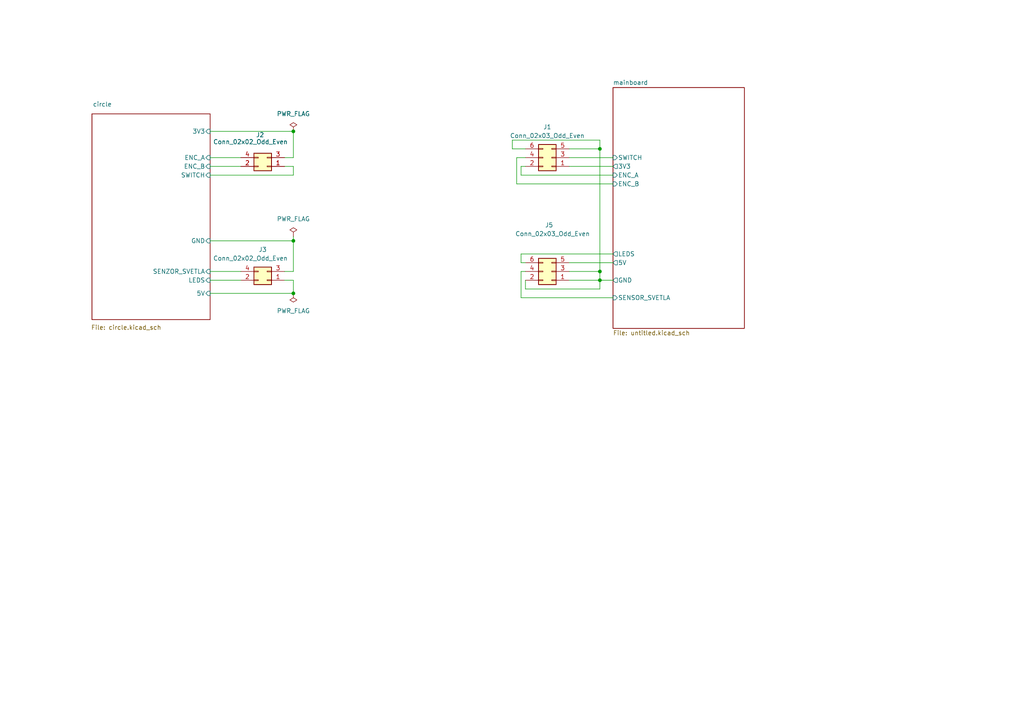
<source format=kicad_sch>
(kicad_sch (version 20231120) (generator "eeschema") (generator_version "8.0")
  (paper "A4")
  (lib_symbols
    (symbol "Connector_Generic:Conn_02x02_Odd_Even" (pin_names (offset 1.016) hide)
      (property "Reference" "J" (at 1.27 2.54 0))
      (property "Value" "Conn_02x02_Odd_Even" (at 1.27 -5.08 0))
      (symbol "Conn_02x02_Odd_Even_1_1"
        (rectangle (start -1.27 -2.413) (end 0 -2.667) (stroke (width 0.1524)))
        (rectangle (start -1.27 0.127) (end 0 -0.127) (stroke (width 0.1524)))
        (rectangle (start -1.27 1.27) (end 3.81 -3.81) (stroke (width 0.254)) (fill (type background)))
        (rectangle (start 3.81 -2.413) (end 2.54 -2.667) (stroke (width 0.1524)))
        (rectangle (start 3.81 0.127) (end 2.54 -0.127) (stroke (width 0.1524)))
        (pin passive line (at -5.08 0 0) (length 3.81) (name "Pin_1") (number "1"))
        (pin passive line (at 7.62 0 180) (length 3.81) (name "Pin_2") (number "2"))
        (pin passive line (at -5.08 -2.54 0) (length 3.81) (name "Pin_3") (number "3"))
        (pin passive line (at 7.62 -2.54 180) (length 3.81) (name "Pin_4") (number "4"))
      )
    )
    (symbol "Connector_Generic:Conn_02x03_Odd_Even" (pin_names (offset 1.016) hide)
      (property "Reference" "J" (at 1.27 5.08 0))
      (property "Value" "Conn_02x03_Odd_Even" (at 1.27 -5.08 0))
      (symbol "Conn_02x03_Odd_Even_1_1"
        (rectangle (start -1.27 -2.413) (end 0 -2.667) (stroke (width 0.1524)))
        (rectangle (start -1.27 0.127) (end 0 -0.127) (stroke (width 0.1524)))
        (rectangle (start -1.27 2.667) (end 0 2.413) (stroke (width 0.1524)))
        (rectangle (start -1.27 3.81) (end 3.81 -3.81) (stroke (width 0.254)) (fill (type background)))
        (rectangle (start 3.81 -2.413) (end 2.54 -2.667) (stroke (width 0.1524)))
        (rectangle (start 3.81 0.127) (end 2.54 -0.127) (stroke (width 0.1524)))
        (rectangle (start 3.81 2.667) (end 2.54 2.413) (stroke (width 0.1524)))
        (pin passive line (at -5.08 2.54 0) (length 3.81) (name "Pin_1") (number "1"))
        (pin passive line (at 7.62 2.54 180) (length 3.81) (name "Pin_2") (number "2"))
        (pin passive line (at -5.08 0 0) (length 3.81) (name "Pin_3") (number "3"))
        (pin passive line (at 7.62 0 180) (length 3.81) (name "Pin_4") (number "4"))
        (pin passive line (at -5.08 -2.54 0) (length 3.81) (name "Pin_5") (number "5"))
        (pin passive line (at 7.62 -2.54 180) (length 3.81) (name "Pin_6") (number "6"))
      )
    )
    (symbol "power:PWR_FLAG" (power) (pin_numbers hide) (pin_names (offset 0) hide)
      (property "Value" "PWR_FLAG" (at 0 3.81 0))
      (symbol "PWR_FLAG_0_0"
        (pin power_out line (at 0 0 90) (length 0) (name "~") (number "1"))
      )
      (symbol "PWR_FLAG_0_1"
        (polyline (pts (xy 0 0) (xy 0 1.27) (xy -1.016 1.905) (xy 0 2.54) (xy 1.016 1.905) (xy 0 1.27)))
      )
    )
  )
  (junction (at 85.09 38.1))
  (junction (at 173.99 81.28))
  (junction (at 173.99 43.18))
  (junction (at 173.99 78.74))
  (junction (at 85.09 69.85))
  (junction (at 85.09 85.09))
  (wire (pts (xy 173.99 81.28) (xy 173.99 78.74)))
  (wire (pts (xy 177.8 50.8) (xy 151.13 50.8)))
  (wire (pts (xy 85.09 81.28) (xy 85.09 85.09)))
  (wire (pts (xy 148.59 43.18) (xy 148.59 40.64)))
  (wire (pts (xy 151.13 76.2) (xy 151.13 73.66)))
  (wire (pts (xy 173.99 81.28) (xy 177.8 81.28)))
  (wire (pts (xy 60.96 45.72) (xy 69.85 45.72)))
  (wire (pts (xy 152.4 43.18) (xy 148.59 43.18)))
  (wire (pts (xy 85.09 85.09) (xy 60.96 85.09)))
  (wire (pts (xy 151.13 73.66) (xy 177.8 73.66)))
  (wire (pts (xy 165.1 43.18) (xy 173.99 43.18)))
  (wire (pts (xy 60.96 38.1) (xy 85.09 38.1)))
  (wire (pts (xy 82.55 48.26) (xy 85.09 48.26)))
  (wire (pts (xy 151.13 86.36) (xy 177.8 86.36)))
  (wire (pts (xy 82.55 45.72) (xy 85.09 45.72)))
  (wire (pts (xy 85.09 69.85) (xy 85.09 78.74)))
  (wire (pts (xy 152.4 83.82) (xy 173.99 83.82)))
  (wire (pts (xy 151.13 50.8) (xy 151.13 48.26)))
  (wire (pts (xy 165.1 78.74) (xy 173.99 78.74)))
  (wire (pts (xy 60.96 48.26) (xy 69.85 48.26)))
  (wire (pts (xy 165.1 76.2) (xy 177.8 76.2)))
  (wire (pts (xy 148.59 40.64) (xy 173.99 40.64)))
  (wire (pts (xy 85.09 81.28) (xy 82.55 81.28)))
  (wire (pts (xy 151.13 78.74) (xy 151.13 86.36)))
  (wire (pts (xy 165.1 45.72) (xy 177.8 45.72)))
  (wire (pts (xy 149.86 45.72) (xy 152.4 45.72)))
  (wire (pts (xy 165.1 48.26) (xy 177.8 48.26)))
  (wire (pts (xy 149.86 53.34) (xy 149.86 45.72)))
  (wire (pts (xy 69.85 78.74) (xy 60.96 78.74)))
  (wire (pts (xy 177.8 53.34) (xy 149.86 53.34)))
  (wire (pts (xy 165.1 81.28) (xy 173.99 81.28)))
  (wire (pts (xy 60.96 69.85) (xy 85.09 69.85)))
  (wire (pts (xy 152.4 78.74) (xy 151.13 78.74)))
  (wire (pts (xy 151.13 48.26) (xy 152.4 48.26)))
  (wire (pts (xy 85.09 48.26) (xy 85.09 50.8)))
  (wire (pts (xy 85.09 45.72) (xy 85.09 38.1)))
  (wire (pts (xy 173.99 40.64) (xy 173.99 43.18)))
  (wire (pts (xy 85.09 78.74) (xy 82.55 78.74)))
  (wire (pts (xy 173.99 83.82) (xy 173.99 81.28)))
  (wire (pts (xy 152.4 76.2) (xy 151.13 76.2)))
  (wire (pts (xy 85.09 50.8) (xy 60.96 50.8)))
  (wire (pts (xy 60.96 81.28) (xy 69.85 81.28)))
  (wire (pts (xy 85.09 68.58) (xy 85.09 69.85)))
  (wire (pts (xy 173.99 78.74) (xy 173.99 43.18)))
  (wire (pts (xy 152.4 81.28) (xy 152.4 83.82)))
  (symbol (lib_id "Connector_Generic:Conn_02x02_Odd_Even") (at 77.47 81.28 180) (unit 1)
    (property "Reference" "J3" (at 76.2 72.39 0))
    (property "Value" "Conn_02x02_Odd_Even" (at 72.644 74.93 0))
    (property "Footprint" "Connector_PinHeader_2.54mm:PinHeader_2x02_P2.54mm_Vertical" (effects (hide yes)))
    (property "Description" "Generic connector, double row, 02x02, odd/even pin numbering scheme (row 1 odd numbers, row 2 even numbers), script generated (kicad-library-utils/schlib/autogen/connector/)" (effects (hide yes)))
  )
  (symbol (lib_id "Connector_Generic:Conn_02x02_Odd_Even") (at 77.47 48.26 180) (unit 1)
    (property "Reference" "J2" (at 75.438 39.116 0))
    (property "Value" "Conn_02x02_Odd_Even" (at 72.644 41.148 0))
    (property "Footprint" "Connector_PinHeader_2.54mm:PinHeader_2x02_P2.54mm_Vertical" (effects (hide yes)))
    (property "Description" "Generic connector, double row, 02x02, odd/even pin numbering scheme (row 1 odd numbers, row 2 even numbers), script generated (kicad-library-utils/schlib/autogen/connector/)" (effects (hide yes)))
  )
  (symbol (lib_id "power:PWR_FLAG") (at 85.09 68.58 0) (unit 1)
    (property "Reference" "#FLG02" (effects (hide yes)))
    (property "Value" "PWR_FLAG" (at 85.09 63.5 0))
    (property "Description" "Special symbol for telling ERC where power comes from" (effects (hide yes)))
  )
  (symbol (lib_id "power:PWR_FLAG") (at 85.09 85.09 180) (unit 1)
    (property "Reference" "#FLG03" (effects (hide yes)))
    (property "Value" "PWR_FLAG" (at 85.09 90.17 0))
    (property "Description" "Special symbol for telling ERC where power comes from" (effects (hide yes)))
  )
  (symbol (lib_id "power:PWR_FLAG") (at 85.09 38.1 0) (unit 1)
    (property "Reference" "#FLG01" (effects (hide yes)))
    (property "Value" "PWR_FLAG" (at 85.09 33.02 0))
    (property "Description" "Special symbol for telling ERC where power comes from" (effects (hide yes)))
  )
  (symbol (lib_id "Connector_Generic:Conn_02x03_Odd_Even") (at 160.02 78.74 180) (unit 1)
    (property "Reference" "J5" (at 159.258 65.278 0))
    (property "Value" "Conn_02x03_Odd_Even" (at 160.274 67.818 0))
    (property "Footprint" "00_Library:SMD_PINHED_2x3" (effects (hide yes)))
    (property "Description" "Generic connector, double row, 02x03, odd/even pin numbering scheme (row 1 odd numbers, row 2 even numbers), script generated (kicad-library-utils/schlib/autogen/connector/)" (effects (hide yes)))
  )
  (symbol (lib_id "Connector_Generic:Conn_02x03_Odd_Even") (at 160.02 45.72 180) (unit 1)
    (property "Reference" "J1" (at 158.75 36.83 0))
    (property "Value" "Conn_02x03_Odd_Even" (at 158.75 39.37 0))
    (property "Footprint" "00_Library:SMD_PINHED_2x3" (effects (hide yes)))
    (property "Description" "Generic connector, double row, 02x03, odd/even pin numbering scheme (row 1 odd numbers, row 2 even numbers), script generated (kicad-library-utils/schlib/autogen/connector/)" (effects (hide yes)))
  )
  (sheet (at 26.67 33.02) (size 34.29 59.69) (stroke (width 0.1524))
    (property "Sheetname" "circle" (at 26.924 30.988 0) (effects (justify left bottom)))
    (property "Sheetfile" "circle.kicad_sch" (at 26.416 94.234 0) (effects (justify left top)))
    (pin "GND" input (at 60.96 69.85 0))
    (pin "3V3" input (at 60.96 38.1 0))
    (pin "ENC_B" input (at 60.96 48.26 0))
    (pin "ENC_A" input (at 60.96 45.72 0))
    (pin "SENZOR_SVETLA" input (at 60.96 78.74 0))
    (pin "SWITCH" input (at 60.96 50.8 0))
    (pin "5V" input (at 60.96 85.09 0))
    (pin "LEDS" input (at 60.96 81.28 0))
  )
  (sheet (at 177.8 25.4) (size 38.1 69.85) (stroke (width 0.1524))
    (property "Sheetname" "mainboard" (at 177.8 24.6884 0) (effects (justify left bottom)))
    (property "Sheetfile" "untitled.kicad_sch" (at 177.8 95.8346 0) (effects (justify left top)))
    (pin "3V3" output (at 177.8 48.26 180))
    (pin "ENC_A" input (at 177.8 50.8 180))
    (pin "5V" output (at 177.8 76.2 180))
    (pin "GND" output (at 177.8 81.28 180))
    (pin "ENC_B" input (at 177.8 53.34 180))
    (pin "SWITCH" input (at 177.8 45.72 180))
    (pin "SENSOR_SVETLA" input (at 177.8 86.36 180))
    (pin "LEDS" output (at 177.8 73.66 180))
  )
)
</source>
